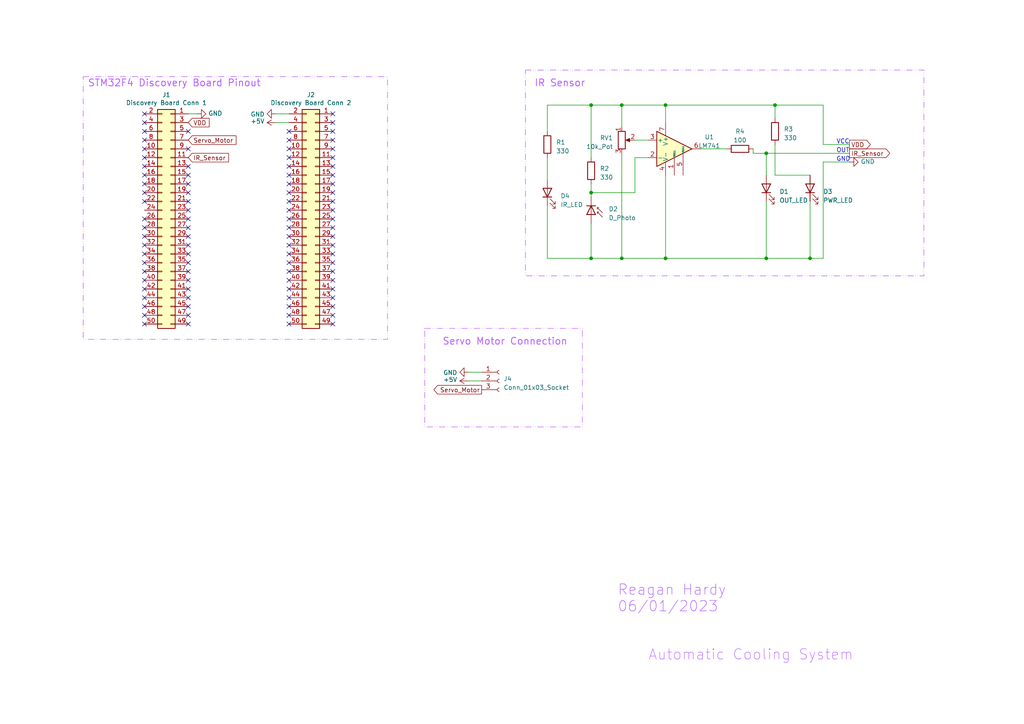
<source format=kicad_sch>
(kicad_sch (version 20230121) (generator eeschema)
  (paper "A4")
  (lib_symbols
    (symbol "Amplifier_Operational:LM741" (pin_names (offset 0.127))
      (property "Reference" "U" (at 0 6.35 0))
      (property "Value" "LM741" (at 0 3.81 0))
      (symbol "LM741_0_1"
        (polyline (pts (xy -5.08 5.08) (xy 5.08 0) (xy -5.08 -5.08) (xy -5.08 5.08)) (stroke (width 0.254)) (fill (type background)))
      )
      (symbol "LM741_1_1"
        (pin input line (at 0 -7.62 90) (length 5.08) (name "NULL") (number "1"))
        (pin input line (at -7.62 -2.54 0) (length 2.54) (name "-") (number "2"))
        (pin input line (at -7.62 2.54 0) (length 2.54) (name "+") (number "3"))
        (pin power_in line (at -2.54 -7.62 90) (length 3.81) (name "V-") (number "4"))
        (pin input line (at 2.54 -7.62 90) (length 6.35) (name "NULL") (number "5"))
        (pin output line (at 7.62 0 180) (length 2.54) (name "~") (number "6"))
        (pin power_in line (at -2.54 7.62 270) (length 3.81) (name "V+") (number "7"))
        (pin no_connect line (at 0 2.54 270) (length 2.54) hide (name "NC") (number "8"))
      )
    )
    (symbol "Connector:Conn_01x03_Socket" (pin_names (offset 1.016) hide)
      (property "Reference" "J" (at 0 5.08 0))
      (property "Value" "Conn_01x03_Socket" (at 0 -5.08 0))
      (symbol "Conn_01x03_Socket_1_1"
        (arc (start 0 -2.032) (mid -0.5058 -2.54) (end 0 -3.048) (stroke (width 0.1524)))
        (polyline (pts (xy -1.27 -2.54) (xy -0.508 -2.54)) (stroke (width 0.1524)))
        (polyline (pts (xy -1.27 0) (xy -0.508 0)) (stroke (width 0.1524)))
        (polyline (pts (xy -1.27 2.54) (xy -0.508 2.54)) (stroke (width 0.1524)))
        (arc (start 0 0.508) (mid -0.5058 0) (end 0 -0.508) (stroke (width 0.1524)))
        (arc (start 0 3.048) (mid -0.5058 2.54) (end 0 2.032) (stroke (width 0.1524)))
        (pin passive line (at -5.08 2.54 0) (length 3.81) (name "Pin_1") (number "1"))
        (pin passive line (at -5.08 0 0) (length 3.81) (name "Pin_2") (number "2"))
        (pin passive line (at -5.08 -2.54 0) (length 3.81) (name "Pin_3") (number "3"))
      )
    )
    (symbol "Connector_Generic:Conn_02x25_Odd_Even" (pin_names (offset 1.016) hide)
      (property "Reference" "J" (at 1.27 33.02 0))
      (property "Value" "Conn_02x25_Odd_Even" (at 1.27 -33.02 0))
      (symbol "Conn_02x25_Odd_Even_1_1"
        (rectangle (start -1.27 -30.353) (end 0 -30.607) (stroke (width 0.1524)))
        (rectangle (start -1.27 -27.813) (end 0 -28.067) (stroke (width 0.1524)))
        (rectangle (start -1.27 -25.273) (end 0 -25.527) (stroke (width 0.1524)))
        (rectangle (start -1.27 -22.733) (end 0 -22.987) (stroke (width 0.1524)))
        (rectangle (start -1.27 -20.193) (end 0 -20.447) (stroke (width 0.1524)))
        (rectangle (start -1.27 -17.653) (end 0 -17.907) (stroke (width 0.1524)))
        (rectangle (start -1.27 -15.113) (end 0 -15.367) (stroke (width 0.1524)))
        (rectangle (start -1.27 -12.573) (end 0 -12.827) (stroke (width 0.1524)))
        (rectangle (start -1.27 -10.033) (end 0 -10.287) (stroke (width 0.1524)))
        (rectangle (start -1.27 -7.493) (end 0 -7.747) (stroke (width 0.1524)))
        (rectangle (start -1.27 -4.953) (end 0 -5.207) (stroke (width 0.1524)))
        (rectangle (start -1.27 -2.413) (end 0 -2.667) (stroke (width 0.1524)))
        (rectangle (start -1.27 0.127) (end 0 -0.127) (stroke (width 0.1524)))
        (rectangle (start -1.27 2.667) (end 0 2.413) (stroke (width 0.1524)))
        (rectangle (start -1.27 5.207) (end 0 4.953) (stroke (width 0.1524)))
        (rectangle (start -1.27 7.747) (end 0 7.493) (stroke (width 0.1524)))
        (rectangle (start -1.27 10.287) (end 0 10.033) (stroke (width 0.1524)))
        (rectangle (start -1.27 12.827) (end 0 12.573) (stroke (width 0.1524)))
        (rectangle (start -1.27 15.367) (end 0 15.113) (stroke (width 0.1524)))
        (rectangle (start -1.27 17.907) (end 0 17.653) (stroke (width 0.1524)))
        (rectangle (start -1.27 20.447) (end 0 20.193) (stroke (width 0.1524)))
        (rectangle (start -1.27 22.987) (end 0 22.733) (stroke (width 0.1524)))
        (rectangle (start -1.27 25.527) (end 0 25.273) (stroke (width 0.1524)))
        (rectangle (start -1.27 28.067) (end 0 27.813) (stroke (width 0.1524)))
        (rectangle (start -1.27 30.607) (end 0 30.353) (stroke (width 0.1524)))
        (rectangle (start -1.27 31.75) (end 3.81 -31.75) (stroke (width 0.254)) (fill (type background)))
        (rectangle (start 3.81 -30.353) (end 2.54 -30.607) (stroke (width 0.1524)))
        (rectangle (start 3.81 -27.813) (end 2.54 -28.067) (stroke (width 0.1524)))
        (rectangle (start 3.81 -25.273) (end 2.54 -25.527) (stroke (width 0.1524)))
        (rectangle (start 3.81 -22.733) (end 2.54 -22.987) (stroke (width 0.1524)))
        (rectangle (start 3.81 -20.193) (end 2.54 -20.447) (stroke (width 0.1524)))
        (rectangle (start 3.81 -17.653) (end 2.54 -17.907) (stroke (width 0.1524)))
        (rectangle (start 3.81 -15.113) (end 2.54 -15.367) (stroke (width 0.1524)))
        (rectangle (start 3.81 -12.573) (end 2.54 -12.827) (stroke (width 0.1524)))
        (rectangle (start 3.81 -10.033) (end 2.54 -10.287) (stroke (width 0.1524)))
        (rectangle (start 3.81 -7.493) (end 2.54 -7.747) (stroke (width 0.1524)))
        (rectangle (start 3.81 -4.953) (end 2.54 -5.207) (stroke (width 0.1524)))
        (rectangle (start 3.81 -2.413) (end 2.54 -2.667) (stroke (width 0.1524)))
        (rectangle (start 3.81 0.127) (end 2.54 -0.127) (stroke (width 0.1524)))
        (rectangle (start 3.81 2.667) (end 2.54 2.413) (stroke (width 0.1524)))
        (rectangle (start 3.81 5.207) (end 2.54 4.953) (stroke (width 0.1524)))
        (rectangle (start 3.81 7.747) (end 2.54 7.493) (stroke (width 0.1524)))
        (rectangle (start 3.81 10.287) (end 2.54 10.033) (stroke (width 0.1524)))
        (rectangle (start 3.81 12.827) (end 2.54 12.573) (stroke (width 0.1524)))
        (rectangle (start 3.81 15.367) (end 2.54 15.113) (stroke (width 0.1524)))
        (rectangle (start 3.81 17.907) (end 2.54 17.653) (stroke (width 0.1524)))
        (rectangle (start 3.81 20.447) (end 2.54 20.193) (stroke (width 0.1524)))
        (rectangle (start 3.81 22.987) (end 2.54 22.733) (stroke (width 0.1524)))
        (rectangle (start 3.81 25.527) (end 2.54 25.273) (stroke (width 0.1524)))
        (rectangle (start 3.81 28.067) (end 2.54 27.813) (stroke (width 0.1524)))
        (rectangle (start 3.81 30.607) (end 2.54 30.353) (stroke (width 0.1524)))
        (pin passive line (at -5.08 30.48 0) (length 3.81) (name "Pin_1") (number "1"))
        (pin passive line (at 7.62 20.32 180) (length 3.81) (name "Pin_10") (number "10"))
        (pin passive line (at -5.08 17.78 0) (length 3.81) (name "Pin_11") (number "11"))
        (pin passive line (at 7.62 17.78 180) (length 3.81) (name "Pin_12") (number "12"))
        (pin passive line (at -5.08 15.24 0) (length 3.81) (name "Pin_13") (number "13"))
        (pin passive line (at 7.62 15.24 180) (length 3.81) (name "Pin_14") (number "14"))
        (pin passive line (at -5.08 12.7 0) (length 3.81) (name "Pin_15") (number "15"))
        (pin passive line (at 7.62 12.7 180) (length 3.81) (name "Pin_16") (number "16"))
        (pin passive line (at -5.08 10.16 0) (length 3.81) (name "Pin_17") (number "17"))
        (pin passive line (at 7.62 10.16 180) (length 3.81) (name "Pin_18") (number "18"))
        (pin passive line (at -5.08 7.62 0) (length 3.81) (name "Pin_19") (number "19"))
        (pin passive line (at 7.62 30.48 180) (length 3.81) (name "Pin_2") (number "2"))
        (pin passive line (at 7.62 7.62 180) (length 3.81) (name "Pin_20") (number "20"))
        (pin passive line (at -5.08 5.08 0) (length 3.81) (name "Pin_21") (number "21"))
        (pin passive line (at 7.62 5.08 180) (length 3.81) (name "Pin_22") (number "22"))
        (pin passive line (at -5.08 2.54 0) (length 3.81) (name "Pin_23") (number "23"))
        (pin passive line (at 7.62 2.54 180) (length 3.81) (name "Pin_24") (number "24"))
        (pin passive line (at -5.08 0 0) (length 3.81) (name "Pin_25") (number "25"))
        (pin passive line (at 7.62 0 180) (length 3.81) (name "Pin_26") (number "26"))
        (pin passive line (at -5.08 -2.54 0) (length 3.81) (name "Pin_27") (number "27"))
        (pin passive line (at 7.62 -2.54 180) (length 3.81) (name "Pin_28") (number "28"))
        (pin passive line (at -5.08 -5.08 0) (length 3.81) (name "Pin_29") (number "29"))
        (pin passive line (at -5.08 27.94 0) (length 3.81) (name "Pin_3") (number "3"))
        (pin passive line (at 7.62 -5.08 180) (length 3.81) (name "Pin_30") (number "30"))
        (pin passive line (at -5.08 -7.62 0) (length 3.81) (name "Pin_31") (number "31"))
        (pin passive line (at 7.62 -7.62 180) (length 3.81) (name "Pin_32") (number "32"))
        (pin passive line (at -5.08 -10.16 0) (length 3.81) (name "Pin_33") (number "33"))
        (pin passive line (at 7.62 -10.16 180) (length 3.81) (name "Pin_34") (number "34"))
        (pin passive line (at -5.08 -12.7 0) (length 3.81) (name "Pin_35") (number "35"))
        (pin passive line (at 7.62 -12.7 180) (length 3.81) (name "Pin_36") (number "36"))
        (pin passive line (at -5.08 -15.24 0) (length 3.81) (name "Pin_37") (number "37"))
        (pin passive line (at 7.62 -15.24 180) (length 3.81) (name "Pin_38") (number "38"))
        (pin passive line (at -5.08 -17.78 0) (length 3.81) (name "Pin_39") (number "39"))
        (pin passive line (at 7.62 27.94 180) (length 3.81) (name "Pin_4") (number "4"))
        (pin passive line (at 7.62 -17.78 180) (length 3.81) (name "Pin_40") (number "40"))
        (pin passive line (at -5.08 -20.32 0) (length 3.81) (name "Pin_41") (number "41"))
        (pin passive line (at 7.62 -20.32 180) (length 3.81) (name "Pin_42") (number "42"))
        (pin passive line (at -5.08 -22.86 0) (length 3.81) (name "Pin_43") (number "43"))
        (pin passive line (at 7.62 -22.86 180) (length 3.81) (name "Pin_44") (number "44"))
        (pin passive line (at -5.08 -25.4 0) (length 3.81) (name "Pin_45") (number "45"))
        (pin passive line (at 7.62 -25.4 180) (length 3.81) (name "Pin_46") (number "46"))
        (pin passive line (at -5.08 -27.94 0) (length 3.81) (name "Pin_47") (number "47"))
        (pin passive line (at 7.62 -27.94 180) (length 3.81) (name "Pin_48") (number "48"))
        (pin passive line (at -5.08 -30.48 0) (length 3.81) (name "Pin_49") (number "49"))
        (pin passive line (at -5.08 25.4 0) (length 3.81) (name "Pin_5") (number "5"))
        (pin passive line (at 7.62 -30.48 180) (length 3.81) (name "Pin_50") (number "50"))
        (pin passive line (at 7.62 25.4 180) (length 3.81) (name "Pin_6") (number "6"))
        (pin passive line (at -5.08 22.86 0) (length 3.81) (name "Pin_7") (number "7"))
        (pin passive line (at 7.62 22.86 180) (length 3.81) (name "Pin_8") (number "8"))
        (pin passive line (at -5.08 20.32 0) (length 3.81) (name "Pin_9") (number "9"))
      )
    )
    (symbol "Device:D_Photo" (pin_numbers hide) (pin_names hide)
      (property "Reference" "D" (at 0.508 1.778 0))
      (property "Value" "D_Photo" (at -1.016 -2.794 0))
      (symbol "D_Photo_0_1"
        (polyline (pts (xy -2.54 1.27) (xy -2.54 -1.27)) (stroke (width 0.254)))
        (polyline (pts (xy -2.032 1.778) (xy -1.524 1.778)))
        (polyline (pts (xy 0 0) (xy -2.54 0)))
        (polyline (pts (xy -0.508 3.302) (xy -2.032 1.778) (xy -2.032 2.286)))
        (polyline (pts (xy 0 -1.27) (xy 0 1.27) (xy -2.54 0) (xy 0 -1.27)) (stroke (width 0.254)))
        (polyline (pts (xy 0.762 3.302) (xy -0.762 1.778) (xy -0.762 2.286) (xy -0.762 1.778) (xy -0.254 1.778)))
      )
      (symbol "D_Photo_1_1"
        (pin passive line (at -5.08 0 0) (length 2.54) (name "K") (number "1"))
        (pin passive line (at 2.54 0 180) (length 2.54) (name "A") (number "2"))
      )
    )
    (symbol "Device:LED" (pin_numbers hide) (pin_names (offset 1.016) hide)
      (property "Reference" "D" (at 0 2.54 0))
      (property "Value" "LED" (at 0 -2.54 0))
      (symbol "LED_0_1"
        (polyline (pts (xy -1.27 -1.27) (xy -1.27 1.27)) (stroke (width 0.254)))
        (polyline (pts (xy -1.27 0) (xy 1.27 0)))
        (polyline (pts (xy 1.27 -1.27) (xy 1.27 1.27) (xy -1.27 0) (xy 1.27 -1.27)) (stroke (width 0.254)))
        (polyline (pts (xy -3.048 -0.762) (xy -4.572 -2.286) (xy -3.81 -2.286) (xy -4.572 -2.286) (xy -4.572 -1.524)))
        (polyline (pts (xy -1.778 -0.762) (xy -3.302 -2.286) (xy -2.54 -2.286) (xy -3.302 -2.286) (xy -3.302 -1.524)))
      )
      (symbol "LED_1_1"
        (pin passive line (at -3.81 0 0) (length 2.54) (name "K") (number "1"))
        (pin passive line (at 3.81 0 180) (length 2.54) (name "A") (number "2"))
      )
    )
    (symbol "Device:R" (pin_numbers hide) (pin_names (offset 0))
      (property "Reference" "R" (at 2.032 0 90))
      (property "Value" "R" (at 0 0 90))
      (symbol "R_0_1"
        (rectangle (start -1.016 -2.54) (end 1.016 2.54) (stroke (width 0.254)))
      )
      (symbol "R_1_1"
        (pin passive line (at 0 3.81 270) (length 1.27) (name "~") (number "1"))
        (pin passive line (at 0 -3.81 90) (length 1.27) (name "~") (number "2"))
      )
    )
    (symbol "Device:R_Potentiometer" (pin_names (offset 1.016) hide)
      (property "Reference" "RV" (at -4.445 0 90))
      (property "Value" "R_Potentiometer" (at -2.54 0 90))
      (symbol "R_Potentiometer_0_1"
        (polyline (pts (xy 2.54 0) (xy 1.524 0)))
        (polyline (pts (xy 1.143 0) (xy 2.286 0.508) (xy 2.286 -0.508) (xy 1.143 0)) (fill (type outline)))
        (rectangle (start 1.016 2.54) (end -1.016 -2.54) (stroke (width 0.254)))
      )
      (symbol "R_Potentiometer_1_1"
        (pin passive line (at 0 3.81 270) (length 1.27) (name "1") (number "1"))
        (pin passive line (at 3.81 0 180) (length 1.27) (name "2") (number "2"))
        (pin passive line (at 0 -3.81 90) (length 1.27) (name "3") (number "3"))
      )
    )
    (symbol "power:+5V" (power) (pin_names (offset 0))
      (property "Value" "+5V" (at 0 3.556 0))
      (symbol "+5V_0_1"
        (polyline (pts (xy -0.762 1.27) (xy 0 2.54)))
        (polyline (pts (xy 0 0) (xy 0 2.54)))
        (polyline (pts (xy 0 2.54) (xy 0.762 1.27)))
      )
      (symbol "+5V_1_1"
        (pin power_in line (at 0 0 90) (length 0) hide (name "+5V") (number "1"))
      )
    )
    (symbol "power:GND" (power) (pin_names (offset 0))
      (property "Value" "GND" (at 0 -3.81 0))
      (symbol "GND_0_1"
        (polyline (pts (xy 0 0) (xy 0 -1.27) (xy 1.27 -1.27) (xy 0 -2.54) (xy -1.27 -1.27) (xy 0 -1.27)))
      )
      (symbol "GND_1_1"
        (pin power_in line (at 0 0 270) (length 0) hide (name "GND") (number "1"))
      )
    )
  )
  (junction (at 224.79 30.48))
  (junction (at 171.45 55.88))
  (junction (at 234.95 74.93))
  (junction (at 171.45 74.93))
  (junction (at 222.25 74.93))
  (junction (at 222.25 44.45))
  (junction (at 180.34 30.48))
  (junction (at 171.45 30.48))
  (junction (at 180.34 74.93))
  (junction (at 193.04 30.48))
  (junction (at 193.04 74.93))
  (no_connect (at 83.82 78.74))
  (no_connect (at 41.91 40.64))
  (no_connect (at 41.91 86.36))
  (no_connect (at 96.52 83.82))
  (no_connect (at 83.82 83.82))
  (no_connect (at 96.52 81.28))
  (no_connect (at 96.52 38.1))
  (no_connect (at 41.91 48.26))
  (no_connect (at 83.82 81.28))
  (no_connect (at 41.91 33.02))
  (no_connect (at 83.82 88.9))
  (no_connect (at 96.52 86.36))
  (no_connect (at 83.82 71.12))
  (no_connect (at 96.52 66.04))
  (no_connect (at 96.52 88.9))
  (no_connect (at 54.61 63.5))
  (no_connect (at 54.61 53.34))
  (no_connect (at 96.52 63.5))
  (no_connect (at 54.61 76.2))
  (no_connect (at 96.52 68.58))
  (no_connect (at 41.91 93.98))
  (no_connect (at 41.91 35.56))
  (no_connect (at 41.91 43.18))
  (no_connect (at 83.82 38.1))
  (no_connect (at 41.91 58.42))
  (no_connect (at 96.52 50.8))
  (no_connect (at 54.61 50.8))
  (no_connect (at 83.82 93.98))
  (no_connect (at 41.91 91.44))
  (no_connect (at 96.52 93.98))
  (no_connect (at 96.52 58.42))
  (no_connect (at 96.52 76.2))
  (no_connect (at 96.52 43.18))
  (no_connect (at 83.82 60.96))
  (no_connect (at 41.91 81.28))
  (no_connect (at 96.52 78.74))
  (no_connect (at 54.61 71.12))
  (no_connect (at 83.82 58.42))
  (no_connect (at 83.82 43.18))
  (no_connect (at 83.82 48.26))
  (no_connect (at 41.91 63.5))
  (no_connect (at 41.91 66.04))
  (no_connect (at 83.82 66.04))
  (no_connect (at 96.52 53.34))
  (no_connect (at 54.61 38.1))
  (no_connect (at 41.91 73.66))
  (no_connect (at 83.82 63.5))
  (no_connect (at 54.61 88.9))
  (no_connect (at 54.61 48.26))
  (no_connect (at 96.52 60.96))
  (no_connect (at 54.61 81.28))
  (no_connect (at 41.91 78.74))
  (no_connect (at 41.91 68.58))
  (no_connect (at 41.91 53.34))
  (no_connect (at 54.61 78.74))
  (no_connect (at 41.91 71.12))
  (no_connect (at 96.52 40.64))
  (no_connect (at 96.52 91.44))
  (no_connect (at 96.52 35.56))
  (no_connect (at 41.91 50.8))
  (no_connect (at 83.82 40.64))
  (no_connect (at 54.61 86.36))
  (no_connect (at 96.52 45.72))
  (no_connect (at 83.82 73.66))
  (no_connect (at 41.91 45.72))
  (no_connect (at 96.52 33.02))
  (no_connect (at 54.61 43.18))
  (no_connect (at 54.61 73.66))
  (no_connect (at 83.82 50.8))
  (no_connect (at 54.61 93.98))
  (no_connect (at 96.52 55.88))
  (no_connect (at 83.82 45.72))
  (no_connect (at 54.61 60.96))
  (no_connect (at 41.91 88.9))
  (no_connect (at 83.82 68.58))
  (no_connect (at 54.61 68.58))
  (no_connect (at 54.61 58.42))
  (no_connect (at 96.52 71.12))
  (no_connect (at 41.91 38.1))
  (no_connect (at 54.61 66.04))
  (no_connect (at 54.61 91.44))
  (no_connect (at 96.52 48.26))
  (no_connect (at 83.82 76.2))
  (no_connect (at 96.52 73.66))
  (no_connect (at 54.61 83.82))
  (no_connect (at 41.91 55.88))
  (no_connect (at 83.82 55.88))
  (no_connect (at 54.61 55.88))
  (no_connect (at 83.82 86.36))
  (no_connect (at 41.91 76.2))
  (no_connect (at 83.82 53.34))
  (no_connect (at 41.91 83.82))
  (no_connect (at 83.82 91.44))
  (wire (pts (xy 158.75 30.48) (xy 158.75 38.1)))
  (wire (pts (xy 158.75 74.93) (xy 171.45 74.93)))
  (wire (pts (xy 171.45 45.72) (xy 171.45 30.48)))
  (wire (pts (xy 171.45 53.34) (xy 171.45 55.88)))
  (wire (pts (xy 158.75 59.69) (xy 158.75 74.93)))
  (wire (pts (xy 238.76 30.48) (xy 224.79 30.48)))
  (wire (pts (xy 180.34 30.48) (xy 193.04 30.48)))
  (wire (pts (xy 171.45 30.48) (xy 158.75 30.48)))
  (wire (pts (xy 224.79 41.91) (xy 224.79 50.8)))
  (wire (pts (xy 234.95 74.93) (xy 234.95 58.42)))
  (wire (pts (xy 193.04 50.8) (xy 193.04 74.93)))
  (wire (pts (xy 218.44 44.45) (xy 218.44 43.18)))
  (wire (pts (xy 193.04 30.48) (xy 193.04 35.56)))
  (wire (pts (xy 224.79 30.48) (xy 224.79 34.29)))
  (wire (pts (xy 80.01 35.56) (xy 83.82 35.56)))
  (wire (pts (xy 184.15 40.64) (xy 187.96 40.64)))
  (wire (pts (xy 171.45 30.48) (xy 180.34 30.48)))
  (wire (pts (xy 222.25 44.45) (xy 222.25 50.8)))
  (wire (pts (xy 171.45 55.88) (xy 171.45 57.15)))
  (wire (pts (xy 238.76 46.99) (xy 246.38 46.99)))
  (wire (pts (xy 180.34 74.93) (xy 171.45 74.93)))
  (wire (pts (xy 171.45 74.93) (xy 171.45 64.77)))
  (wire (pts (xy 203.2 43.18) (xy 210.82 43.18)))
  (wire (pts (xy 184.15 45.72) (xy 184.15 55.88)))
  (wire (pts (xy 193.04 74.93) (xy 222.25 74.93)))
  (wire (pts (xy 135.89 110.49) (xy 139.7 110.49)))
  (wire (pts (xy 158.75 45.72) (xy 158.75 52.07)))
  (wire (pts (xy 180.34 74.93) (xy 193.04 74.93)))
  (wire (pts (xy 238.76 74.93) (xy 234.95 74.93)))
  (wire (pts (xy 238.76 46.99) (xy 238.76 74.93)))
  (wire (pts (xy 222.25 74.93) (xy 234.95 74.93)))
  (wire (pts (xy 193.04 30.48) (xy 224.79 30.48)))
  (wire (pts (xy 222.25 58.42) (xy 222.25 74.93)))
  (wire (pts (xy 238.76 41.91) (xy 238.76 30.48)))
  (wire (pts (xy 187.96 45.72) (xy 184.15 45.72)))
  (wire (pts (xy 180.34 44.45) (xy 180.34 74.93)))
  (wire (pts (xy 222.25 44.45) (xy 218.44 44.45)))
  (wire (pts (xy 57.15 33.02) (xy 54.61 33.02)))
  (wire (pts (xy 135.89 107.95) (xy 139.7 107.95)))
  (wire (pts (xy 184.15 55.88) (xy 171.45 55.88)))
  (wire (pts (xy 222.25 44.45) (xy 246.38 44.45)))
  (wire (pts (xy 224.79 50.8) (xy 234.95 50.8)))
  (wire (pts (xy 80.01 33.02) (xy 83.82 33.02)))
  (wire (pts (xy 180.34 30.48) (xy 180.34 36.83)))
  (wire (pts (xy 238.76 41.91) (xy 246.38 41.91)))
  (rectangle (start 123.19 95.25) (end 168.91 123.825) (stroke (width 0) (type dash_dot_dot) (color 194 90 255 1)))
  (rectangle (start 152.4 20.32) (end 267.97 80.01) (stroke (width 0) (type dash_dot_dot) (color 174 86 255 1)))
  (rectangle (start 24.13 22.225) (end 112.395 98.425) (stroke (width 0) (type dash_dot_dot) (color 174 86 255 1)))
  (text "Automatic Cooling System" (at 187.96 191.77 0) (effects (font (size 3 3)) (justify left bottom)))
  (text "IR Sensor" (at 154.94 25.4 0) (effects (font (size 2 2) (thickness 0.254) bold) (justify left bottom)))
  (text "Reagan Hardy\n06/01/2023" (at 179.07 177.8 0) (effects (font (size 3 3)) (justify left bottom)))
  (text "VCC" (at 242.57 41.91 0) (effects (font (size 1.27 1.27)) (justify left bottom)))
  (text "GND" (at 242.57 46.99 0) (effects (font (size 1.27 1.27)) (justify left bottom)))
  (text "STM32F4 Discovery Board Pinout" (at 25.4 25.4 0) (effects (font (size 2 2) (thickness 0.254) bold) (justify left bottom)))
  (text "Servo Motor Connection" (at 128.27 100.33 0) (effects (font (size 2 2) (thickness 0.254) bold) (justify left bottom)))
  (text "OUT" (at 242.57 44.45 0) (effects (font (size 1.27 1.27)) (justify left bottom)))
  (global_label "VDD" (shape input) (at 54.61 35.56 0) (property "Intersheetrefs" "${INTERSHEET_REFS}" (effects hide)))
  (global_label "IR_Sensor" (shape output) (at 246.38 44.45 0) (property "Intersheetrefs" "${INTERSHEET_REFS}" (effects hide)))
  (global_label "IR_Sensor" (shape input) (at 54.61 45.72 0) (property "Intersheetrefs" "${INTERSHEET_REFS}" (effects hide)))
  (global_label "Servo_Motor" (shape input) (at 54.61 40.64 0) (property "Intersheetrefs" "${INTERSHEET_REFS}" (effects hide)))
  (global_label "VDD" (shape output) (at 246.38 41.91 0) (property "Intersheetrefs" "${INTERSHEET_REFS}" (effects hide)))
  (global_label "Servo_Motor" (shape output) (at 139.7 113.03 180) (property "Intersheetrefs" "${INTERSHEET_REFS}" (effects hide)))
  (symbol (lib_id "power:GND") (at 246.38 46.99 90) (unit 1)
    (property "Reference" "#PWR017" (effects hide))
    (property "Value" "GND" (at 249.6312 46.863 90) (effects (justify right)))
  )
  (symbol (lib_id "Device:R") (at 224.79 38.1 0) (unit 1)
    (property "Reference" "R3" (at 227.33 37.465 0) (effects (justify left)))
    (property "Value" "330" (at 227.33 40.005 0) (effects (justify left)))
    (property "Footprint" "Resistor_SMD:R_0805_2012Metric" (effects hide))
  )
  (symbol (lib_id "Device:D_Photo") (at 171.45 62.23 270) (unit 1)
    (property "Reference" "D2" (at 176.53 60.6425 90) (effects (justify left)))
    (property "Value" "D_Photo" (at 176.53 63.1825 90) (effects (justify left)))
    (property "Footprint" "LED_THT:LED_D5.0mm_Horizontal_O1.27mm_Z3.0mm" (effects hide))
  )
  (symbol (lib_id "power:GND") (at 57.15 33.02 90) (unit 1)
    (property "Reference" "#PWR05" (effects hide))
    (property "Value" "GND" (at 60.4012 32.893 90) (effects (justify right)))
  )
  (symbol (lib_id "Connector:Conn_01x03_Socket") (at 144.78 110.49 0) (unit 1)
    (property "Reference" "J4" (at 146.05 109.855 0) (effects (justify left)))
    (property "Value" "Conn_01x03_Socket" (at 146.05 112.395 0) (effects (justify left)))
    (property "Footprint" "Connector_PinSocket_2.54mm:PinSocket_1x03_P2.54mm_Vertical" (effects hide))
  )
  (symbol (lib_id "Connector_Generic:Conn_02x25_Odd_Even") (at 91.44 63.5 0) (mirror y) (unit 1)
    (property "Reference" "J2" (at 90.17 27.5082 0))
    (property "Value" "Discovery Board Conn 2" (at 90.17 29.8196 0))
    (property "Footprint" "Connector_PinSocket_2.54mm:PinSocket_2x25_P2.54mm_Vertical" (effects hide))
  )
  (symbol (lib_id "power:+5V") (at 135.89 110.49 90) (unit 1)
    (property "Reference" "#PWR04" (effects hide))
    (property "Value" "+5V" (at 132.6388 110.109 90) (effects (justify left)))
  )
  (symbol (lib_id "power:GND") (at 135.89 107.95 270) (unit 1)
    (property "Reference" "#PWR03" (effects hide))
    (property "Value" "GND" (at 132.6388 108.077 90) (effects (justify right)))
  )
  (symbol (lib_id "power:+5V") (at 80.01 35.56 90) (unit 1)
    (property "Reference" "#PWR08" (effects hide))
    (property "Value" "+5V" (at 76.7588 35.179 90) (effects (justify left)))
  )
  (symbol (lib_id "Connector_Generic:Conn_02x25_Odd_Even") (at 49.53 63.5 0) (mirror y) (unit 1)
    (property "Reference" "J1" (at 48.26 27.5082 0))
    (property "Value" "Discovery Board Conn 1" (at 48.26 29.8196 0))
    (property "Footprint" "Connector_PinSocket_2.54mm:PinSocket_2x25_P2.54mm_Vertical" (effects hide))
  )
  (symbol (lib_id "Device:R_Potentiometer") (at 180.34 40.64 0) (unit 1)
    (property "Reference" "RV1" (at 177.8 40.005 0) (effects (justify right)))
    (property "Value" "10k_Pot" (at 177.8 42.545 0) (effects (justify right)))
    (property "Footprint" "Potentiometer_THT:Potentiometer_ACP_CA9-V10_Vertical_Hole" (effects hide))
  )
  (symbol (lib_id "Device:LED") (at 234.95 54.61 90) (unit 1)
    (property "Reference" "D3" (at 238.76 55.5625 90) (effects (justify right)))
    (property "Value" "PWR_LED" (at 238.76 58.1025 90) (effects (justify right)))
    (property "Footprint" "LED_SMD:LED_0805_2012Metric_Pad1.15x1.40mm_HandSolder" (effects hide))
  )
  (symbol (lib_id "Device:R") (at 171.45 49.53 0) (unit 1)
    (property "Reference" "R2" (at 173.99 48.895 0) (effects (justify left)))
    (property "Value" "330" (at 173.99 51.435 0) (effects (justify left)))
    (property "Footprint" "Resistor_SMD:R_0805_2012Metric" (effects hide))
  )
  (symbol (lib_id "Device:R") (at 214.63 43.18 90) (unit 1)
    (property "Reference" "R4" (at 214.63 38.1 90))
    (property "Value" "100" (at 214.63 40.64 90))
    (property "Footprint" "Resistor_SMD:R_0805_2012Metric" (effects hide))
  )
  (symbol (lib_id "Device:LED") (at 222.25 54.61 90) (unit 1)
    (property "Reference" "D1" (at 226.06 55.5625 90) (effects (justify right)))
    (property "Value" "OUT_LED" (at 226.06 58.1025 90) (effects (justify right)))
    (property "Footprint" "LED_SMD:LED_0805_2012Metric_Pad1.15x1.40mm_HandSolder" (effects hide))
  )
  (symbol (lib_id "power:GND") (at 80.01 33.02 270) (unit 1)
    (property "Reference" "#PWR07" (effects hide))
    (property "Value" "GND" (at 76.7588 33.147 90) (effects (justify right)))
  )
  (symbol (lib_id "Device:LED") (at 158.75 55.88 90) (unit 1)
    (property "Reference" "D4" (at 162.56 56.8325 90) (effects (justify right)))
    (property "Value" "IR_LED" (at 162.56 59.3725 90) (effects (justify right)))
    (property "Footprint" "LED_THT:LED_D5.0mm_Horizontal_O1.27mm_Z3.0mm" (effects hide))
  )
  (symbol (lib_id "Amplifier_Operational:LM741") (at 195.58 43.18 0) (unit 1)
    (property "Reference" "U1" (at 205.74 39.7511 0))
    (property "Value" "LM741" (at 205.74 42.2911 0))
    (property "Footprint" "Package_SO:SOIC-8_3.9x4.9mm_P1.27mm" (effects hide))
    (property "Datasheet" "http://www.ti.com/lit/ds/symlink/lm741.pdf" (effects hide))
  )
  (symbol (lib_id "Device:R") (at 158.75 41.91 0) (unit 1)
    (property "Reference" "R1" (at 161.29 41.275 0) (effects (justify left)))
    (property "Value" "330" (at 161.29 43.815 0) (effects (justify left)))
    (property "Footprint" "Resistor_SMD:R_0805_2012Metric" (effects hide))
  )
)
</source>
